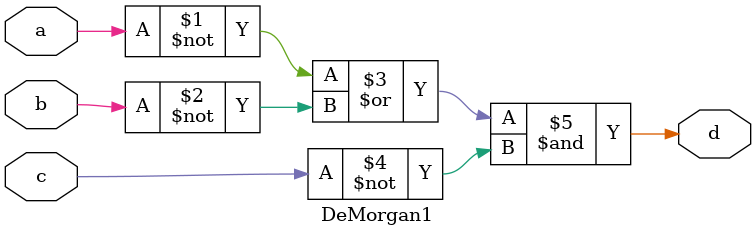
<source format=v>
`timescale 1ns / 1ps

module DeMorgan1(
   input a,
   input b,
   input c,
   output d
    );
    
assign d = ((~a)|(~b))&(~c);
endmodule

</source>
